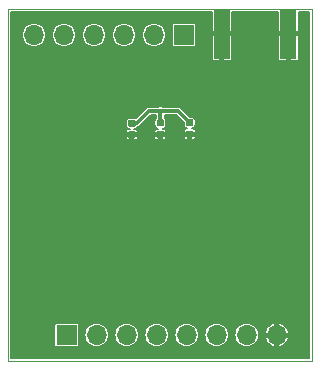
<source format=gbr>
%TF.GenerationSoftware,KiCad,Pcbnew,(5.1.4)-1*%
%TF.CreationDate,2019-10-27T14:05:37-07:00*%
%TF.ProjectId,spriteSAMD,73707269-7465-4534-914d-442e6b696361,rev?*%
%TF.SameCoordinates,Original*%
%TF.FileFunction,Copper,L2,Bot*%
%TF.FilePolarity,Positive*%
%FSLAX46Y46*%
G04 Gerber Fmt 4.6, Leading zero omitted, Abs format (unit mm)*
G04 Created by KiCad (PCBNEW (5.1.4)-1) date 2019-10-27 14:05:37*
%MOMM*%
%LPD*%
G04 APERTURE LIST*
%ADD10C,0.100000*%
%ADD11O,1.700000X1.700000*%
%ADD12R,1.700000X1.700000*%
%ADD13C,0.590000*%
%ADD14R,1.350000X4.200000*%
%ADD15C,0.450000*%
%ADD16C,0.330200*%
%ADD17C,0.127000*%
G04 APERTURE END LIST*
D10*
X145999200Y-65938400D02*
X170408600Y-65938400D01*
X145999200Y-95707200D02*
X145999200Y-65938400D01*
X171704000Y-95707200D02*
X145999200Y-95707200D01*
X171704000Y-65938400D02*
X171704000Y-95707200D01*
X170408600Y-65938400D02*
X171704000Y-65938400D01*
D11*
X148183600Y-68148200D03*
X150723600Y-68148200D03*
X153263600Y-68148200D03*
X155803600Y-68148200D03*
X158343600Y-68148200D03*
D12*
X160883600Y-68148200D03*
D10*
G36*
X156650958Y-76289110D02*
G01*
X156665276Y-76291234D01*
X156679317Y-76294751D01*
X156692946Y-76299628D01*
X156706031Y-76305817D01*
X156718447Y-76313258D01*
X156730073Y-76321881D01*
X156740798Y-76331602D01*
X156750519Y-76342327D01*
X156759142Y-76353953D01*
X156766583Y-76366369D01*
X156772772Y-76379454D01*
X156777649Y-76393083D01*
X156781166Y-76407124D01*
X156783290Y-76421442D01*
X156784000Y-76435900D01*
X156784000Y-76730900D01*
X156783290Y-76745358D01*
X156781166Y-76759676D01*
X156777649Y-76773717D01*
X156772772Y-76787346D01*
X156766583Y-76800431D01*
X156759142Y-76812847D01*
X156750519Y-76824473D01*
X156740798Y-76835198D01*
X156730073Y-76844919D01*
X156718447Y-76853542D01*
X156706031Y-76860983D01*
X156692946Y-76867172D01*
X156679317Y-76872049D01*
X156665276Y-76875566D01*
X156650958Y-76877690D01*
X156636500Y-76878400D01*
X156291500Y-76878400D01*
X156277042Y-76877690D01*
X156262724Y-76875566D01*
X156248683Y-76872049D01*
X156235054Y-76867172D01*
X156221969Y-76860983D01*
X156209553Y-76853542D01*
X156197927Y-76844919D01*
X156187202Y-76835198D01*
X156177481Y-76824473D01*
X156168858Y-76812847D01*
X156161417Y-76800431D01*
X156155228Y-76787346D01*
X156150351Y-76773717D01*
X156146834Y-76759676D01*
X156144710Y-76745358D01*
X156144000Y-76730900D01*
X156144000Y-76435900D01*
X156144710Y-76421442D01*
X156146834Y-76407124D01*
X156150351Y-76393083D01*
X156155228Y-76379454D01*
X156161417Y-76366369D01*
X156168858Y-76353953D01*
X156177481Y-76342327D01*
X156187202Y-76331602D01*
X156197927Y-76321881D01*
X156209553Y-76313258D01*
X156221969Y-76305817D01*
X156235054Y-76299628D01*
X156248683Y-76294751D01*
X156262724Y-76291234D01*
X156277042Y-76289110D01*
X156291500Y-76288400D01*
X156636500Y-76288400D01*
X156650958Y-76289110D01*
X156650958Y-76289110D01*
G37*
D13*
X156464000Y-76583400D03*
D10*
G36*
X156650958Y-75319110D02*
G01*
X156665276Y-75321234D01*
X156679317Y-75324751D01*
X156692946Y-75329628D01*
X156706031Y-75335817D01*
X156718447Y-75343258D01*
X156730073Y-75351881D01*
X156740798Y-75361602D01*
X156750519Y-75372327D01*
X156759142Y-75383953D01*
X156766583Y-75396369D01*
X156772772Y-75409454D01*
X156777649Y-75423083D01*
X156781166Y-75437124D01*
X156783290Y-75451442D01*
X156784000Y-75465900D01*
X156784000Y-75760900D01*
X156783290Y-75775358D01*
X156781166Y-75789676D01*
X156777649Y-75803717D01*
X156772772Y-75817346D01*
X156766583Y-75830431D01*
X156759142Y-75842847D01*
X156750519Y-75854473D01*
X156740798Y-75865198D01*
X156730073Y-75874919D01*
X156718447Y-75883542D01*
X156706031Y-75890983D01*
X156692946Y-75897172D01*
X156679317Y-75902049D01*
X156665276Y-75905566D01*
X156650958Y-75907690D01*
X156636500Y-75908400D01*
X156291500Y-75908400D01*
X156277042Y-75907690D01*
X156262724Y-75905566D01*
X156248683Y-75902049D01*
X156235054Y-75897172D01*
X156221969Y-75890983D01*
X156209553Y-75883542D01*
X156197927Y-75874919D01*
X156187202Y-75865198D01*
X156177481Y-75854473D01*
X156168858Y-75842847D01*
X156161417Y-75830431D01*
X156155228Y-75817346D01*
X156150351Y-75803717D01*
X156146834Y-75789676D01*
X156144710Y-75775358D01*
X156144000Y-75760900D01*
X156144000Y-75465900D01*
X156144710Y-75451442D01*
X156146834Y-75437124D01*
X156150351Y-75423083D01*
X156155228Y-75409454D01*
X156161417Y-75396369D01*
X156168858Y-75383953D01*
X156177481Y-75372327D01*
X156187202Y-75361602D01*
X156197927Y-75351881D01*
X156209553Y-75343258D01*
X156221969Y-75335817D01*
X156235054Y-75329628D01*
X156248683Y-75324751D01*
X156262724Y-75321234D01*
X156277042Y-75319110D01*
X156291500Y-75318400D01*
X156636500Y-75318400D01*
X156650958Y-75319110D01*
X156650958Y-75319110D01*
G37*
D13*
X156464000Y-75613400D03*
D10*
G36*
X161553158Y-76238310D02*
G01*
X161567476Y-76240434D01*
X161581517Y-76243951D01*
X161595146Y-76248828D01*
X161608231Y-76255017D01*
X161620647Y-76262458D01*
X161632273Y-76271081D01*
X161642998Y-76280802D01*
X161652719Y-76291527D01*
X161661342Y-76303153D01*
X161668783Y-76315569D01*
X161674972Y-76328654D01*
X161679849Y-76342283D01*
X161683366Y-76356324D01*
X161685490Y-76370642D01*
X161686200Y-76385100D01*
X161686200Y-76680100D01*
X161685490Y-76694558D01*
X161683366Y-76708876D01*
X161679849Y-76722917D01*
X161674972Y-76736546D01*
X161668783Y-76749631D01*
X161661342Y-76762047D01*
X161652719Y-76773673D01*
X161642998Y-76784398D01*
X161632273Y-76794119D01*
X161620647Y-76802742D01*
X161608231Y-76810183D01*
X161595146Y-76816372D01*
X161581517Y-76821249D01*
X161567476Y-76824766D01*
X161553158Y-76826890D01*
X161538700Y-76827600D01*
X161193700Y-76827600D01*
X161179242Y-76826890D01*
X161164924Y-76824766D01*
X161150883Y-76821249D01*
X161137254Y-76816372D01*
X161124169Y-76810183D01*
X161111753Y-76802742D01*
X161100127Y-76794119D01*
X161089402Y-76784398D01*
X161079681Y-76773673D01*
X161071058Y-76762047D01*
X161063617Y-76749631D01*
X161057428Y-76736546D01*
X161052551Y-76722917D01*
X161049034Y-76708876D01*
X161046910Y-76694558D01*
X161046200Y-76680100D01*
X161046200Y-76385100D01*
X161046910Y-76370642D01*
X161049034Y-76356324D01*
X161052551Y-76342283D01*
X161057428Y-76328654D01*
X161063617Y-76315569D01*
X161071058Y-76303153D01*
X161079681Y-76291527D01*
X161089402Y-76280802D01*
X161100127Y-76271081D01*
X161111753Y-76262458D01*
X161124169Y-76255017D01*
X161137254Y-76248828D01*
X161150883Y-76243951D01*
X161164924Y-76240434D01*
X161179242Y-76238310D01*
X161193700Y-76237600D01*
X161538700Y-76237600D01*
X161553158Y-76238310D01*
X161553158Y-76238310D01*
G37*
D13*
X161366200Y-76532600D03*
D10*
G36*
X161553158Y-75268310D02*
G01*
X161567476Y-75270434D01*
X161581517Y-75273951D01*
X161595146Y-75278828D01*
X161608231Y-75285017D01*
X161620647Y-75292458D01*
X161632273Y-75301081D01*
X161642998Y-75310802D01*
X161652719Y-75321527D01*
X161661342Y-75333153D01*
X161668783Y-75345569D01*
X161674972Y-75358654D01*
X161679849Y-75372283D01*
X161683366Y-75386324D01*
X161685490Y-75400642D01*
X161686200Y-75415100D01*
X161686200Y-75710100D01*
X161685490Y-75724558D01*
X161683366Y-75738876D01*
X161679849Y-75752917D01*
X161674972Y-75766546D01*
X161668783Y-75779631D01*
X161661342Y-75792047D01*
X161652719Y-75803673D01*
X161642998Y-75814398D01*
X161632273Y-75824119D01*
X161620647Y-75832742D01*
X161608231Y-75840183D01*
X161595146Y-75846372D01*
X161581517Y-75851249D01*
X161567476Y-75854766D01*
X161553158Y-75856890D01*
X161538700Y-75857600D01*
X161193700Y-75857600D01*
X161179242Y-75856890D01*
X161164924Y-75854766D01*
X161150883Y-75851249D01*
X161137254Y-75846372D01*
X161124169Y-75840183D01*
X161111753Y-75832742D01*
X161100127Y-75824119D01*
X161089402Y-75814398D01*
X161079681Y-75803673D01*
X161071058Y-75792047D01*
X161063617Y-75779631D01*
X161057428Y-75766546D01*
X161052551Y-75752917D01*
X161049034Y-75738876D01*
X161046910Y-75724558D01*
X161046200Y-75710100D01*
X161046200Y-75415100D01*
X161046910Y-75400642D01*
X161049034Y-75386324D01*
X161052551Y-75372283D01*
X161057428Y-75358654D01*
X161063617Y-75345569D01*
X161071058Y-75333153D01*
X161079681Y-75321527D01*
X161089402Y-75310802D01*
X161100127Y-75301081D01*
X161111753Y-75292458D01*
X161124169Y-75285017D01*
X161137254Y-75278828D01*
X161150883Y-75273951D01*
X161164924Y-75270434D01*
X161179242Y-75268310D01*
X161193700Y-75267600D01*
X161538700Y-75267600D01*
X161553158Y-75268310D01*
X161553158Y-75268310D01*
G37*
D13*
X161366200Y-75562600D03*
D10*
G36*
X159063958Y-76263710D02*
G01*
X159078276Y-76265834D01*
X159092317Y-76269351D01*
X159105946Y-76274228D01*
X159119031Y-76280417D01*
X159131447Y-76287858D01*
X159143073Y-76296481D01*
X159153798Y-76306202D01*
X159163519Y-76316927D01*
X159172142Y-76328553D01*
X159179583Y-76340969D01*
X159185772Y-76354054D01*
X159190649Y-76367683D01*
X159194166Y-76381724D01*
X159196290Y-76396042D01*
X159197000Y-76410500D01*
X159197000Y-76705500D01*
X159196290Y-76719958D01*
X159194166Y-76734276D01*
X159190649Y-76748317D01*
X159185772Y-76761946D01*
X159179583Y-76775031D01*
X159172142Y-76787447D01*
X159163519Y-76799073D01*
X159153798Y-76809798D01*
X159143073Y-76819519D01*
X159131447Y-76828142D01*
X159119031Y-76835583D01*
X159105946Y-76841772D01*
X159092317Y-76846649D01*
X159078276Y-76850166D01*
X159063958Y-76852290D01*
X159049500Y-76853000D01*
X158704500Y-76853000D01*
X158690042Y-76852290D01*
X158675724Y-76850166D01*
X158661683Y-76846649D01*
X158648054Y-76841772D01*
X158634969Y-76835583D01*
X158622553Y-76828142D01*
X158610927Y-76819519D01*
X158600202Y-76809798D01*
X158590481Y-76799073D01*
X158581858Y-76787447D01*
X158574417Y-76775031D01*
X158568228Y-76761946D01*
X158563351Y-76748317D01*
X158559834Y-76734276D01*
X158557710Y-76719958D01*
X158557000Y-76705500D01*
X158557000Y-76410500D01*
X158557710Y-76396042D01*
X158559834Y-76381724D01*
X158563351Y-76367683D01*
X158568228Y-76354054D01*
X158574417Y-76340969D01*
X158581858Y-76328553D01*
X158590481Y-76316927D01*
X158600202Y-76306202D01*
X158610927Y-76296481D01*
X158622553Y-76287858D01*
X158634969Y-76280417D01*
X158648054Y-76274228D01*
X158661683Y-76269351D01*
X158675724Y-76265834D01*
X158690042Y-76263710D01*
X158704500Y-76263000D01*
X159049500Y-76263000D01*
X159063958Y-76263710D01*
X159063958Y-76263710D01*
G37*
D13*
X158877000Y-76558000D03*
D10*
G36*
X159063958Y-75293710D02*
G01*
X159078276Y-75295834D01*
X159092317Y-75299351D01*
X159105946Y-75304228D01*
X159119031Y-75310417D01*
X159131447Y-75317858D01*
X159143073Y-75326481D01*
X159153798Y-75336202D01*
X159163519Y-75346927D01*
X159172142Y-75358553D01*
X159179583Y-75370969D01*
X159185772Y-75384054D01*
X159190649Y-75397683D01*
X159194166Y-75411724D01*
X159196290Y-75426042D01*
X159197000Y-75440500D01*
X159197000Y-75735500D01*
X159196290Y-75749958D01*
X159194166Y-75764276D01*
X159190649Y-75778317D01*
X159185772Y-75791946D01*
X159179583Y-75805031D01*
X159172142Y-75817447D01*
X159163519Y-75829073D01*
X159153798Y-75839798D01*
X159143073Y-75849519D01*
X159131447Y-75858142D01*
X159119031Y-75865583D01*
X159105946Y-75871772D01*
X159092317Y-75876649D01*
X159078276Y-75880166D01*
X159063958Y-75882290D01*
X159049500Y-75883000D01*
X158704500Y-75883000D01*
X158690042Y-75882290D01*
X158675724Y-75880166D01*
X158661683Y-75876649D01*
X158648054Y-75871772D01*
X158634969Y-75865583D01*
X158622553Y-75858142D01*
X158610927Y-75849519D01*
X158600202Y-75839798D01*
X158590481Y-75829073D01*
X158581858Y-75817447D01*
X158574417Y-75805031D01*
X158568228Y-75791946D01*
X158563351Y-75778317D01*
X158559834Y-75764276D01*
X158557710Y-75749958D01*
X158557000Y-75735500D01*
X158557000Y-75440500D01*
X158557710Y-75426042D01*
X158559834Y-75411724D01*
X158563351Y-75397683D01*
X158568228Y-75384054D01*
X158574417Y-75370969D01*
X158581858Y-75358553D01*
X158590481Y-75346927D01*
X158600202Y-75336202D01*
X158610927Y-75326481D01*
X158622553Y-75317858D01*
X158634969Y-75310417D01*
X158648054Y-75304228D01*
X158661683Y-75299351D01*
X158675724Y-75295834D01*
X158690042Y-75293710D01*
X158704500Y-75293000D01*
X159049500Y-75293000D01*
X159063958Y-75293710D01*
X159063958Y-75293710D01*
G37*
D13*
X158877000Y-75588000D03*
D14*
X164078400Y-68046600D03*
X169728400Y-68046600D03*
D11*
X168732200Y-93548200D03*
X166192200Y-93548200D03*
X163652200Y-93548200D03*
X161112200Y-93548200D03*
X158572200Y-93548200D03*
X156032200Y-93548200D03*
X153492200Y-93548200D03*
D12*
X150952200Y-93548200D03*
D15*
X168325800Y-67589400D03*
X166065200Y-70104000D03*
X166116000Y-70688200D03*
X166090600Y-71399400D03*
X167767000Y-70078600D03*
X167716200Y-70662800D03*
X167741600Y-71374000D03*
X167919400Y-72085200D03*
X167919400Y-72745600D03*
X167944800Y-73380600D03*
X167817800Y-74015600D03*
X167360600Y-74269600D03*
X166725600Y-74295000D03*
X166116000Y-74193400D03*
X165963600Y-72847200D03*
X165506400Y-66725800D03*
X165506400Y-67589400D03*
X165506400Y-68503800D03*
X165531800Y-69392800D03*
X168300400Y-69418200D03*
X168300400Y-68529200D03*
X168325800Y-66700400D03*
X158877000Y-74574400D03*
D16*
X158877000Y-75588000D02*
X158877000Y-74574400D01*
X156464000Y-75613400D02*
X156898200Y-75613400D01*
X157937200Y-74574400D02*
X158877000Y-74574400D01*
X156898200Y-75613400D02*
X157937200Y-74574400D01*
X160378000Y-74574400D02*
X158877000Y-74574400D01*
X161366200Y-75562600D02*
X160378000Y-74574400D01*
D17*
G36*
X163212900Y-67871975D02*
G01*
X163260525Y-67919600D01*
X163951400Y-67919600D01*
X163951400Y-67899600D01*
X164205400Y-67899600D01*
X164205400Y-67919600D01*
X164896275Y-67919600D01*
X164943900Y-67871975D01*
X164944711Y-66178900D01*
X168862089Y-66178900D01*
X168862900Y-67871975D01*
X168910525Y-67919600D01*
X169601400Y-67919600D01*
X169601400Y-67899600D01*
X169855400Y-67899600D01*
X169855400Y-67919600D01*
X170546275Y-67919600D01*
X170593900Y-67871975D01*
X170594711Y-66178900D01*
X171463500Y-66178900D01*
X171463501Y-95466700D01*
X146239700Y-95466700D01*
X146239700Y-92698200D01*
X149910779Y-92698200D01*
X149910779Y-94398200D01*
X149914457Y-94435544D01*
X149925350Y-94471454D01*
X149943039Y-94504548D01*
X149966845Y-94533555D01*
X149995852Y-94557361D01*
X150028946Y-94575050D01*
X150064856Y-94585943D01*
X150102200Y-94589621D01*
X151802200Y-94589621D01*
X151839544Y-94585943D01*
X151875454Y-94575050D01*
X151908548Y-94557361D01*
X151937555Y-94533555D01*
X151961361Y-94504548D01*
X151979050Y-94471454D01*
X151989943Y-94435544D01*
X151993621Y-94398200D01*
X151993621Y-93548200D01*
X152446666Y-93548200D01*
X152466756Y-93752174D01*
X152526253Y-93948309D01*
X152622870Y-94129068D01*
X152752896Y-94287504D01*
X152911332Y-94417530D01*
X153092091Y-94514147D01*
X153288226Y-94573644D01*
X153441090Y-94588700D01*
X153543310Y-94588700D01*
X153696174Y-94573644D01*
X153892309Y-94514147D01*
X154073068Y-94417530D01*
X154231504Y-94287504D01*
X154361530Y-94129068D01*
X154458147Y-93948309D01*
X154517644Y-93752174D01*
X154537734Y-93548200D01*
X154986666Y-93548200D01*
X155006756Y-93752174D01*
X155066253Y-93948309D01*
X155162870Y-94129068D01*
X155292896Y-94287504D01*
X155451332Y-94417530D01*
X155632091Y-94514147D01*
X155828226Y-94573644D01*
X155981090Y-94588700D01*
X156083310Y-94588700D01*
X156236174Y-94573644D01*
X156432309Y-94514147D01*
X156613068Y-94417530D01*
X156771504Y-94287504D01*
X156901530Y-94129068D01*
X156998147Y-93948309D01*
X157057644Y-93752174D01*
X157077734Y-93548200D01*
X157526666Y-93548200D01*
X157546756Y-93752174D01*
X157606253Y-93948309D01*
X157702870Y-94129068D01*
X157832896Y-94287504D01*
X157991332Y-94417530D01*
X158172091Y-94514147D01*
X158368226Y-94573644D01*
X158521090Y-94588700D01*
X158623310Y-94588700D01*
X158776174Y-94573644D01*
X158972309Y-94514147D01*
X159153068Y-94417530D01*
X159311504Y-94287504D01*
X159441530Y-94129068D01*
X159538147Y-93948309D01*
X159597644Y-93752174D01*
X159617734Y-93548200D01*
X160066666Y-93548200D01*
X160086756Y-93752174D01*
X160146253Y-93948309D01*
X160242870Y-94129068D01*
X160372896Y-94287504D01*
X160531332Y-94417530D01*
X160712091Y-94514147D01*
X160908226Y-94573644D01*
X161061090Y-94588700D01*
X161163310Y-94588700D01*
X161316174Y-94573644D01*
X161512309Y-94514147D01*
X161693068Y-94417530D01*
X161851504Y-94287504D01*
X161981530Y-94129068D01*
X162078147Y-93948309D01*
X162137644Y-93752174D01*
X162157734Y-93548200D01*
X162606666Y-93548200D01*
X162626756Y-93752174D01*
X162686253Y-93948309D01*
X162782870Y-94129068D01*
X162912896Y-94287504D01*
X163071332Y-94417530D01*
X163252091Y-94514147D01*
X163448226Y-94573644D01*
X163601090Y-94588700D01*
X163703310Y-94588700D01*
X163856174Y-94573644D01*
X164052309Y-94514147D01*
X164233068Y-94417530D01*
X164391504Y-94287504D01*
X164521530Y-94129068D01*
X164618147Y-93948309D01*
X164677644Y-93752174D01*
X164697734Y-93548200D01*
X165146666Y-93548200D01*
X165166756Y-93752174D01*
X165226253Y-93948309D01*
X165322870Y-94129068D01*
X165452896Y-94287504D01*
X165611332Y-94417530D01*
X165792091Y-94514147D01*
X165988226Y-94573644D01*
X166141090Y-94588700D01*
X166243310Y-94588700D01*
X166396174Y-94573644D01*
X166592309Y-94514147D01*
X166773068Y-94417530D01*
X166931504Y-94287504D01*
X167061530Y-94129068D01*
X167158147Y-93948309D01*
X167192461Y-93835191D01*
X167732055Y-93835191D01*
X167807262Y-94024795D01*
X167918013Y-94196084D01*
X168060053Y-94342475D01*
X168227923Y-94458343D01*
X168415173Y-94539234D01*
X168445211Y-94548338D01*
X168605200Y-94532919D01*
X168605200Y-93675200D01*
X168859200Y-93675200D01*
X168859200Y-94532919D01*
X169019189Y-94548338D01*
X169049227Y-94539234D01*
X169236477Y-94458343D01*
X169404347Y-94342475D01*
X169546387Y-94196084D01*
X169657138Y-94024795D01*
X169732345Y-93835191D01*
X169717302Y-93675200D01*
X168859200Y-93675200D01*
X168605200Y-93675200D01*
X167747098Y-93675200D01*
X167732055Y-93835191D01*
X167192461Y-93835191D01*
X167217644Y-93752174D01*
X167237734Y-93548200D01*
X167217644Y-93344226D01*
X167192462Y-93261209D01*
X167732055Y-93261209D01*
X167747098Y-93421200D01*
X168605200Y-93421200D01*
X168605200Y-92563481D01*
X168859200Y-92563481D01*
X168859200Y-93421200D01*
X169717302Y-93421200D01*
X169732345Y-93261209D01*
X169657138Y-93071605D01*
X169546387Y-92900316D01*
X169404347Y-92753925D01*
X169236477Y-92638057D01*
X169049227Y-92557166D01*
X169019189Y-92548062D01*
X168859200Y-92563481D01*
X168605200Y-92563481D01*
X168445211Y-92548062D01*
X168415173Y-92557166D01*
X168227923Y-92638057D01*
X168060053Y-92753925D01*
X167918013Y-92900316D01*
X167807262Y-93071605D01*
X167732055Y-93261209D01*
X167192462Y-93261209D01*
X167158147Y-93148091D01*
X167061530Y-92967332D01*
X166931504Y-92808896D01*
X166773068Y-92678870D01*
X166592309Y-92582253D01*
X166396174Y-92522756D01*
X166243310Y-92507700D01*
X166141090Y-92507700D01*
X165988226Y-92522756D01*
X165792091Y-92582253D01*
X165611332Y-92678870D01*
X165452896Y-92808896D01*
X165322870Y-92967332D01*
X165226253Y-93148091D01*
X165166756Y-93344226D01*
X165146666Y-93548200D01*
X164697734Y-93548200D01*
X164677644Y-93344226D01*
X164618147Y-93148091D01*
X164521530Y-92967332D01*
X164391504Y-92808896D01*
X164233068Y-92678870D01*
X164052309Y-92582253D01*
X163856174Y-92522756D01*
X163703310Y-92507700D01*
X163601090Y-92507700D01*
X163448226Y-92522756D01*
X163252091Y-92582253D01*
X163071332Y-92678870D01*
X162912896Y-92808896D01*
X162782870Y-92967332D01*
X162686253Y-93148091D01*
X162626756Y-93344226D01*
X162606666Y-93548200D01*
X162157734Y-93548200D01*
X162137644Y-93344226D01*
X162078147Y-93148091D01*
X161981530Y-92967332D01*
X161851504Y-92808896D01*
X161693068Y-92678870D01*
X161512309Y-92582253D01*
X161316174Y-92522756D01*
X161163310Y-92507700D01*
X161061090Y-92507700D01*
X160908226Y-92522756D01*
X160712091Y-92582253D01*
X160531332Y-92678870D01*
X160372896Y-92808896D01*
X160242870Y-92967332D01*
X160146253Y-93148091D01*
X160086756Y-93344226D01*
X160066666Y-93548200D01*
X159617734Y-93548200D01*
X159597644Y-93344226D01*
X159538147Y-93148091D01*
X159441530Y-92967332D01*
X159311504Y-92808896D01*
X159153068Y-92678870D01*
X158972309Y-92582253D01*
X158776174Y-92522756D01*
X158623310Y-92507700D01*
X158521090Y-92507700D01*
X158368226Y-92522756D01*
X158172091Y-92582253D01*
X157991332Y-92678870D01*
X157832896Y-92808896D01*
X157702870Y-92967332D01*
X157606253Y-93148091D01*
X157546756Y-93344226D01*
X157526666Y-93548200D01*
X157077734Y-93548200D01*
X157057644Y-93344226D01*
X156998147Y-93148091D01*
X156901530Y-92967332D01*
X156771504Y-92808896D01*
X156613068Y-92678870D01*
X156432309Y-92582253D01*
X156236174Y-92522756D01*
X156083310Y-92507700D01*
X155981090Y-92507700D01*
X155828226Y-92522756D01*
X155632091Y-92582253D01*
X155451332Y-92678870D01*
X155292896Y-92808896D01*
X155162870Y-92967332D01*
X155066253Y-93148091D01*
X155006756Y-93344226D01*
X154986666Y-93548200D01*
X154537734Y-93548200D01*
X154517644Y-93344226D01*
X154458147Y-93148091D01*
X154361530Y-92967332D01*
X154231504Y-92808896D01*
X154073068Y-92678870D01*
X153892309Y-92582253D01*
X153696174Y-92522756D01*
X153543310Y-92507700D01*
X153441090Y-92507700D01*
X153288226Y-92522756D01*
X153092091Y-92582253D01*
X152911332Y-92678870D01*
X152752896Y-92808896D01*
X152622870Y-92967332D01*
X152526253Y-93148091D01*
X152466756Y-93344226D01*
X152446666Y-93548200D01*
X151993621Y-93548200D01*
X151993621Y-92698200D01*
X151989943Y-92660856D01*
X151979050Y-92624946D01*
X151961361Y-92591852D01*
X151937555Y-92562845D01*
X151908548Y-92539039D01*
X151875454Y-92521350D01*
X151839544Y-92510457D01*
X151802200Y-92506779D01*
X150102200Y-92506779D01*
X150064856Y-92510457D01*
X150028946Y-92521350D01*
X149995852Y-92539039D01*
X149966845Y-92562845D01*
X149943039Y-92591852D01*
X149925350Y-92624946D01*
X149914457Y-92660856D01*
X149910779Y-92698200D01*
X146239700Y-92698200D01*
X146239700Y-76878400D01*
X155952578Y-76878400D01*
X155956256Y-76915745D01*
X155967149Y-76951654D01*
X155984838Y-76984748D01*
X156008644Y-77013756D01*
X156037652Y-77037562D01*
X156070746Y-77055251D01*
X156106655Y-77066144D01*
X156144000Y-77069822D01*
X156289375Y-77068900D01*
X156337000Y-77021275D01*
X156337000Y-76710400D01*
X156591000Y-76710400D01*
X156591000Y-77021275D01*
X156638625Y-77068900D01*
X156784000Y-77069822D01*
X156821345Y-77066144D01*
X156857254Y-77055251D01*
X156890348Y-77037562D01*
X156919356Y-77013756D01*
X156943162Y-76984748D01*
X156960851Y-76951654D01*
X156971744Y-76915745D01*
X156975422Y-76878400D01*
X156975228Y-76853000D01*
X158365578Y-76853000D01*
X158369256Y-76890345D01*
X158380149Y-76926254D01*
X158397838Y-76959348D01*
X158421644Y-76988356D01*
X158450652Y-77012162D01*
X158483746Y-77029851D01*
X158519655Y-77040744D01*
X158557000Y-77044422D01*
X158702375Y-77043500D01*
X158750000Y-76995875D01*
X158750000Y-76685000D01*
X159004000Y-76685000D01*
X159004000Y-76995875D01*
X159051625Y-77043500D01*
X159197000Y-77044422D01*
X159234345Y-77040744D01*
X159270254Y-77029851D01*
X159303348Y-77012162D01*
X159332356Y-76988356D01*
X159356162Y-76959348D01*
X159373851Y-76926254D01*
X159384744Y-76890345D01*
X159388422Y-76853000D01*
X159388228Y-76827600D01*
X160854778Y-76827600D01*
X160858456Y-76864945D01*
X160869349Y-76900854D01*
X160887038Y-76933948D01*
X160910844Y-76962956D01*
X160939852Y-76986762D01*
X160972946Y-77004451D01*
X161008855Y-77015344D01*
X161046200Y-77019022D01*
X161191575Y-77018100D01*
X161239200Y-76970475D01*
X161239200Y-76659600D01*
X161493200Y-76659600D01*
X161493200Y-76970475D01*
X161540825Y-77018100D01*
X161686200Y-77019022D01*
X161723545Y-77015344D01*
X161759454Y-77004451D01*
X161792548Y-76986762D01*
X161821556Y-76962956D01*
X161845362Y-76933948D01*
X161863051Y-76900854D01*
X161873944Y-76864945D01*
X161877622Y-76827600D01*
X161876700Y-76707225D01*
X161829075Y-76659600D01*
X161493200Y-76659600D01*
X161239200Y-76659600D01*
X160903325Y-76659600D01*
X160855700Y-76707225D01*
X160854778Y-76827600D01*
X159388228Y-76827600D01*
X159387500Y-76732625D01*
X159339875Y-76685000D01*
X159004000Y-76685000D01*
X158750000Y-76685000D01*
X158414125Y-76685000D01*
X158366500Y-76732625D01*
X158365578Y-76853000D01*
X156975228Y-76853000D01*
X156974500Y-76758025D01*
X156926875Y-76710400D01*
X156591000Y-76710400D01*
X156337000Y-76710400D01*
X156001125Y-76710400D01*
X155953500Y-76758025D01*
X155952578Y-76878400D01*
X146239700Y-76878400D01*
X146239700Y-76288400D01*
X155952578Y-76288400D01*
X155953500Y-76408775D01*
X156001125Y-76456400D01*
X156337000Y-76456400D01*
X156337000Y-76436400D01*
X156591000Y-76436400D01*
X156591000Y-76456400D01*
X156926875Y-76456400D01*
X156974500Y-76408775D01*
X156975422Y-76288400D01*
X156971744Y-76251055D01*
X156960851Y-76215146D01*
X156943162Y-76182052D01*
X156919356Y-76153044D01*
X156890348Y-76129238D01*
X156857254Y-76111549D01*
X156821345Y-76100656D01*
X156784000Y-76096978D01*
X156657201Y-76097782D01*
X156702620Y-76093309D01*
X156766199Y-76074022D01*
X156824794Y-76042703D01*
X156876153Y-76000553D01*
X156900852Y-75970458D01*
X156915655Y-75969000D01*
X156915663Y-75969000D01*
X156967910Y-75963854D01*
X157034940Y-75943521D01*
X157096716Y-75910501D01*
X157150863Y-75866063D01*
X157161999Y-75852494D01*
X158084494Y-74930000D01*
X158521401Y-74930000D01*
X158521400Y-75155921D01*
X158516206Y-75158697D01*
X158464847Y-75200847D01*
X158422697Y-75252206D01*
X158391378Y-75310801D01*
X158372091Y-75374380D01*
X158365579Y-75440500D01*
X158365579Y-75735500D01*
X158372091Y-75801620D01*
X158391378Y-75865199D01*
X158422697Y-75923794D01*
X158464847Y-75975153D01*
X158516206Y-76017303D01*
X158574801Y-76048622D01*
X158638380Y-76067909D01*
X158683799Y-76072382D01*
X158557000Y-76071578D01*
X158519655Y-76075256D01*
X158483746Y-76086149D01*
X158450652Y-76103838D01*
X158421644Y-76127644D01*
X158397838Y-76156652D01*
X158380149Y-76189746D01*
X158369256Y-76225655D01*
X158365578Y-76263000D01*
X158366500Y-76383375D01*
X158414125Y-76431000D01*
X158750000Y-76431000D01*
X158750000Y-76411000D01*
X159004000Y-76411000D01*
X159004000Y-76431000D01*
X159339875Y-76431000D01*
X159387500Y-76383375D01*
X159388422Y-76263000D01*
X159384744Y-76225655D01*
X159373851Y-76189746D01*
X159356162Y-76156652D01*
X159332356Y-76127644D01*
X159303348Y-76103838D01*
X159270254Y-76086149D01*
X159234345Y-76075256D01*
X159197000Y-76071578D01*
X159070201Y-76072382D01*
X159115620Y-76067909D01*
X159179199Y-76048622D01*
X159237794Y-76017303D01*
X159289153Y-75975153D01*
X159331303Y-75923794D01*
X159362622Y-75865199D01*
X159381909Y-75801620D01*
X159388421Y-75735500D01*
X159388421Y-75440500D01*
X159381909Y-75374380D01*
X159362622Y-75310801D01*
X159331303Y-75252206D01*
X159289153Y-75200847D01*
X159237794Y-75158697D01*
X159232600Y-75155921D01*
X159232600Y-74930000D01*
X160230707Y-74930000D01*
X160854779Y-75554073D01*
X160854779Y-75710100D01*
X160861291Y-75776220D01*
X160880578Y-75839799D01*
X160911897Y-75898394D01*
X160954047Y-75949753D01*
X161005406Y-75991903D01*
X161064001Y-76023222D01*
X161127580Y-76042509D01*
X161172999Y-76046982D01*
X161046200Y-76046178D01*
X161008855Y-76049856D01*
X160972946Y-76060749D01*
X160939852Y-76078438D01*
X160910844Y-76102244D01*
X160887038Y-76131252D01*
X160869349Y-76164346D01*
X160858456Y-76200255D01*
X160854778Y-76237600D01*
X160855700Y-76357975D01*
X160903325Y-76405600D01*
X161239200Y-76405600D01*
X161239200Y-76385600D01*
X161493200Y-76385600D01*
X161493200Y-76405600D01*
X161829075Y-76405600D01*
X161876700Y-76357975D01*
X161877622Y-76237600D01*
X161873944Y-76200255D01*
X161863051Y-76164346D01*
X161845362Y-76131252D01*
X161821556Y-76102244D01*
X161792548Y-76078438D01*
X161759454Y-76060749D01*
X161723545Y-76049856D01*
X161686200Y-76046178D01*
X161559401Y-76046982D01*
X161604820Y-76042509D01*
X161668399Y-76023222D01*
X161726994Y-75991903D01*
X161778353Y-75949753D01*
X161820503Y-75898394D01*
X161851822Y-75839799D01*
X161871109Y-75776220D01*
X161877621Y-75710100D01*
X161877621Y-75415100D01*
X161871109Y-75348980D01*
X161851822Y-75285401D01*
X161820503Y-75226806D01*
X161778353Y-75175447D01*
X161726994Y-75133297D01*
X161668399Y-75101978D01*
X161604820Y-75082691D01*
X161538700Y-75076179D01*
X161382673Y-75076179D01*
X160641799Y-74335306D01*
X160630663Y-74321737D01*
X160576516Y-74277299D01*
X160514740Y-74244279D01*
X160447710Y-74223946D01*
X160395463Y-74218800D01*
X160395455Y-74218800D01*
X160378000Y-74217081D01*
X160360545Y-74218800D01*
X159092687Y-74218800D01*
X159073813Y-74206189D01*
X158998197Y-74174868D01*
X158917923Y-74158900D01*
X158836077Y-74158900D01*
X158755803Y-74174868D01*
X158680187Y-74206189D01*
X158661313Y-74218800D01*
X157954655Y-74218800D01*
X157937200Y-74217081D01*
X157919744Y-74218800D01*
X157919737Y-74218800D01*
X157873766Y-74223328D01*
X157867489Y-74223946D01*
X157847156Y-74230114D01*
X157800460Y-74244279D01*
X157738684Y-74277299D01*
X157684537Y-74321737D01*
X157673406Y-74335300D01*
X156824674Y-75184033D01*
X156766199Y-75152778D01*
X156702620Y-75133491D01*
X156636500Y-75126979D01*
X156291500Y-75126979D01*
X156225380Y-75133491D01*
X156161801Y-75152778D01*
X156103206Y-75184097D01*
X156051847Y-75226247D01*
X156009697Y-75277606D01*
X155978378Y-75336201D01*
X155959091Y-75399780D01*
X155952579Y-75465900D01*
X155952579Y-75760900D01*
X155959091Y-75827020D01*
X155978378Y-75890599D01*
X156009697Y-75949194D01*
X156051847Y-76000553D01*
X156103206Y-76042703D01*
X156161801Y-76074022D01*
X156225380Y-76093309D01*
X156270799Y-76097782D01*
X156144000Y-76096978D01*
X156106655Y-76100656D01*
X156070746Y-76111549D01*
X156037652Y-76129238D01*
X156008644Y-76153044D01*
X155984838Y-76182052D01*
X155967149Y-76215146D01*
X155956256Y-76251055D01*
X155952578Y-76288400D01*
X146239700Y-76288400D01*
X146239700Y-70146600D01*
X163211978Y-70146600D01*
X163215656Y-70183945D01*
X163226549Y-70219854D01*
X163244238Y-70252948D01*
X163268044Y-70281956D01*
X163297052Y-70305762D01*
X163330146Y-70323451D01*
X163366055Y-70334344D01*
X163403400Y-70338022D01*
X163903775Y-70337100D01*
X163951400Y-70289475D01*
X163951400Y-68173600D01*
X164205400Y-68173600D01*
X164205400Y-70289475D01*
X164253025Y-70337100D01*
X164753400Y-70338022D01*
X164790745Y-70334344D01*
X164826654Y-70323451D01*
X164859748Y-70305762D01*
X164888756Y-70281956D01*
X164912562Y-70252948D01*
X164930251Y-70219854D01*
X164941144Y-70183945D01*
X164944822Y-70146600D01*
X168861978Y-70146600D01*
X168865656Y-70183945D01*
X168876549Y-70219854D01*
X168894238Y-70252948D01*
X168918044Y-70281956D01*
X168947052Y-70305762D01*
X168980146Y-70323451D01*
X169016055Y-70334344D01*
X169053400Y-70338022D01*
X169553775Y-70337100D01*
X169601400Y-70289475D01*
X169601400Y-68173600D01*
X169855400Y-68173600D01*
X169855400Y-70289475D01*
X169903025Y-70337100D01*
X170403400Y-70338022D01*
X170440745Y-70334344D01*
X170476654Y-70323451D01*
X170509748Y-70305762D01*
X170538756Y-70281956D01*
X170562562Y-70252948D01*
X170580251Y-70219854D01*
X170591144Y-70183945D01*
X170594822Y-70146600D01*
X170593900Y-68221225D01*
X170546275Y-68173600D01*
X169855400Y-68173600D01*
X169601400Y-68173600D01*
X168910525Y-68173600D01*
X168862900Y-68221225D01*
X168861978Y-70146600D01*
X164944822Y-70146600D01*
X164943900Y-68221225D01*
X164896275Y-68173600D01*
X164205400Y-68173600D01*
X163951400Y-68173600D01*
X163260525Y-68173600D01*
X163212900Y-68221225D01*
X163211978Y-70146600D01*
X146239700Y-70146600D01*
X146239700Y-68148200D01*
X147138066Y-68148200D01*
X147158156Y-68352174D01*
X147217653Y-68548309D01*
X147314270Y-68729068D01*
X147444296Y-68887504D01*
X147602732Y-69017530D01*
X147783491Y-69114147D01*
X147979626Y-69173644D01*
X148132490Y-69188700D01*
X148234710Y-69188700D01*
X148387574Y-69173644D01*
X148583709Y-69114147D01*
X148764468Y-69017530D01*
X148922904Y-68887504D01*
X149052930Y-68729068D01*
X149149547Y-68548309D01*
X149209044Y-68352174D01*
X149229134Y-68148200D01*
X149678066Y-68148200D01*
X149698156Y-68352174D01*
X149757653Y-68548309D01*
X149854270Y-68729068D01*
X149984296Y-68887504D01*
X150142732Y-69017530D01*
X150323491Y-69114147D01*
X150519626Y-69173644D01*
X150672490Y-69188700D01*
X150774710Y-69188700D01*
X150927574Y-69173644D01*
X151123709Y-69114147D01*
X151304468Y-69017530D01*
X151462904Y-68887504D01*
X151592930Y-68729068D01*
X151689547Y-68548309D01*
X151749044Y-68352174D01*
X151769134Y-68148200D01*
X152218066Y-68148200D01*
X152238156Y-68352174D01*
X152297653Y-68548309D01*
X152394270Y-68729068D01*
X152524296Y-68887504D01*
X152682732Y-69017530D01*
X152863491Y-69114147D01*
X153059626Y-69173644D01*
X153212490Y-69188700D01*
X153314710Y-69188700D01*
X153467574Y-69173644D01*
X153663709Y-69114147D01*
X153844468Y-69017530D01*
X154002904Y-68887504D01*
X154132930Y-68729068D01*
X154229547Y-68548309D01*
X154289044Y-68352174D01*
X154309134Y-68148200D01*
X154758066Y-68148200D01*
X154778156Y-68352174D01*
X154837653Y-68548309D01*
X154934270Y-68729068D01*
X155064296Y-68887504D01*
X155222732Y-69017530D01*
X155403491Y-69114147D01*
X155599626Y-69173644D01*
X155752490Y-69188700D01*
X155854710Y-69188700D01*
X156007574Y-69173644D01*
X156203709Y-69114147D01*
X156384468Y-69017530D01*
X156542904Y-68887504D01*
X156672930Y-68729068D01*
X156769547Y-68548309D01*
X156829044Y-68352174D01*
X156849134Y-68148200D01*
X157298066Y-68148200D01*
X157318156Y-68352174D01*
X157377653Y-68548309D01*
X157474270Y-68729068D01*
X157604296Y-68887504D01*
X157762732Y-69017530D01*
X157943491Y-69114147D01*
X158139626Y-69173644D01*
X158292490Y-69188700D01*
X158394710Y-69188700D01*
X158547574Y-69173644D01*
X158743709Y-69114147D01*
X158924468Y-69017530D01*
X159082904Y-68887504D01*
X159212930Y-68729068D01*
X159309547Y-68548309D01*
X159369044Y-68352174D01*
X159389134Y-68148200D01*
X159369044Y-67944226D01*
X159309547Y-67748091D01*
X159212930Y-67567332D01*
X159082904Y-67408896D01*
X158948022Y-67298200D01*
X159842179Y-67298200D01*
X159842179Y-68998200D01*
X159845857Y-69035544D01*
X159856750Y-69071454D01*
X159874439Y-69104548D01*
X159898245Y-69133555D01*
X159927252Y-69157361D01*
X159960346Y-69175050D01*
X159996256Y-69185943D01*
X160033600Y-69189621D01*
X161733600Y-69189621D01*
X161770944Y-69185943D01*
X161806854Y-69175050D01*
X161839948Y-69157361D01*
X161868955Y-69133555D01*
X161892761Y-69104548D01*
X161910450Y-69071454D01*
X161921343Y-69035544D01*
X161925021Y-68998200D01*
X161925021Y-67298200D01*
X161921343Y-67260856D01*
X161910450Y-67224946D01*
X161892761Y-67191852D01*
X161868955Y-67162845D01*
X161839948Y-67139039D01*
X161806854Y-67121350D01*
X161770944Y-67110457D01*
X161733600Y-67106779D01*
X160033600Y-67106779D01*
X159996256Y-67110457D01*
X159960346Y-67121350D01*
X159927252Y-67139039D01*
X159898245Y-67162845D01*
X159874439Y-67191852D01*
X159856750Y-67224946D01*
X159845857Y-67260856D01*
X159842179Y-67298200D01*
X158948022Y-67298200D01*
X158924468Y-67278870D01*
X158743709Y-67182253D01*
X158547574Y-67122756D01*
X158394710Y-67107700D01*
X158292490Y-67107700D01*
X158139626Y-67122756D01*
X157943491Y-67182253D01*
X157762732Y-67278870D01*
X157604296Y-67408896D01*
X157474270Y-67567332D01*
X157377653Y-67748091D01*
X157318156Y-67944226D01*
X157298066Y-68148200D01*
X156849134Y-68148200D01*
X156829044Y-67944226D01*
X156769547Y-67748091D01*
X156672930Y-67567332D01*
X156542904Y-67408896D01*
X156384468Y-67278870D01*
X156203709Y-67182253D01*
X156007574Y-67122756D01*
X155854710Y-67107700D01*
X155752490Y-67107700D01*
X155599626Y-67122756D01*
X155403491Y-67182253D01*
X155222732Y-67278870D01*
X155064296Y-67408896D01*
X154934270Y-67567332D01*
X154837653Y-67748091D01*
X154778156Y-67944226D01*
X154758066Y-68148200D01*
X154309134Y-68148200D01*
X154289044Y-67944226D01*
X154229547Y-67748091D01*
X154132930Y-67567332D01*
X154002904Y-67408896D01*
X153844468Y-67278870D01*
X153663709Y-67182253D01*
X153467574Y-67122756D01*
X153314710Y-67107700D01*
X153212490Y-67107700D01*
X153059626Y-67122756D01*
X152863491Y-67182253D01*
X152682732Y-67278870D01*
X152524296Y-67408896D01*
X152394270Y-67567332D01*
X152297653Y-67748091D01*
X152238156Y-67944226D01*
X152218066Y-68148200D01*
X151769134Y-68148200D01*
X151749044Y-67944226D01*
X151689547Y-67748091D01*
X151592930Y-67567332D01*
X151462904Y-67408896D01*
X151304468Y-67278870D01*
X151123709Y-67182253D01*
X150927574Y-67122756D01*
X150774710Y-67107700D01*
X150672490Y-67107700D01*
X150519626Y-67122756D01*
X150323491Y-67182253D01*
X150142732Y-67278870D01*
X149984296Y-67408896D01*
X149854270Y-67567332D01*
X149757653Y-67748091D01*
X149698156Y-67944226D01*
X149678066Y-68148200D01*
X149229134Y-68148200D01*
X149209044Y-67944226D01*
X149149547Y-67748091D01*
X149052930Y-67567332D01*
X148922904Y-67408896D01*
X148764468Y-67278870D01*
X148583709Y-67182253D01*
X148387574Y-67122756D01*
X148234710Y-67107700D01*
X148132490Y-67107700D01*
X147979626Y-67122756D01*
X147783491Y-67182253D01*
X147602732Y-67278870D01*
X147444296Y-67408896D01*
X147314270Y-67567332D01*
X147217653Y-67748091D01*
X147158156Y-67944226D01*
X147138066Y-68148200D01*
X146239700Y-68148200D01*
X146239700Y-66178900D01*
X163212089Y-66178900D01*
X163212900Y-67871975D01*
X163212900Y-67871975D01*
G37*
X163212900Y-67871975D02*
X163260525Y-67919600D01*
X163951400Y-67919600D01*
X163951400Y-67899600D01*
X164205400Y-67899600D01*
X164205400Y-67919600D01*
X164896275Y-67919600D01*
X164943900Y-67871975D01*
X164944711Y-66178900D01*
X168862089Y-66178900D01*
X168862900Y-67871975D01*
X168910525Y-67919600D01*
X169601400Y-67919600D01*
X169601400Y-67899600D01*
X169855400Y-67899600D01*
X169855400Y-67919600D01*
X170546275Y-67919600D01*
X170593900Y-67871975D01*
X170594711Y-66178900D01*
X171463500Y-66178900D01*
X171463501Y-95466700D01*
X146239700Y-95466700D01*
X146239700Y-92698200D01*
X149910779Y-92698200D01*
X149910779Y-94398200D01*
X149914457Y-94435544D01*
X149925350Y-94471454D01*
X149943039Y-94504548D01*
X149966845Y-94533555D01*
X149995852Y-94557361D01*
X150028946Y-94575050D01*
X150064856Y-94585943D01*
X150102200Y-94589621D01*
X151802200Y-94589621D01*
X151839544Y-94585943D01*
X151875454Y-94575050D01*
X151908548Y-94557361D01*
X151937555Y-94533555D01*
X151961361Y-94504548D01*
X151979050Y-94471454D01*
X151989943Y-94435544D01*
X151993621Y-94398200D01*
X151993621Y-93548200D01*
X152446666Y-93548200D01*
X152466756Y-93752174D01*
X152526253Y-93948309D01*
X152622870Y-94129068D01*
X152752896Y-94287504D01*
X152911332Y-94417530D01*
X153092091Y-94514147D01*
X153288226Y-94573644D01*
X153441090Y-94588700D01*
X153543310Y-94588700D01*
X153696174Y-94573644D01*
X153892309Y-94514147D01*
X154073068Y-94417530D01*
X154231504Y-94287504D01*
X154361530Y-94129068D01*
X154458147Y-93948309D01*
X154517644Y-93752174D01*
X154537734Y-93548200D01*
X154986666Y-93548200D01*
X155006756Y-93752174D01*
X155066253Y-93948309D01*
X155162870Y-94129068D01*
X155292896Y-94287504D01*
X155451332Y-94417530D01*
X155632091Y-94514147D01*
X155828226Y-94573644D01*
X155981090Y-94588700D01*
X156083310Y-94588700D01*
X156236174Y-94573644D01*
X156432309Y-94514147D01*
X156613068Y-94417530D01*
X156771504Y-94287504D01*
X156901530Y-94129068D01*
X156998147Y-93948309D01*
X157057644Y-93752174D01*
X157077734Y-93548200D01*
X157526666Y-93548200D01*
X157546756Y-93752174D01*
X157606253Y-93948309D01*
X157702870Y-94129068D01*
X157832896Y-94287504D01*
X157991332Y-94417530D01*
X158172091Y-94514147D01*
X158368226Y-94573644D01*
X158521090Y-94588700D01*
X158623310Y-94588700D01*
X158776174Y-94573644D01*
X158972309Y-94514147D01*
X159153068Y-94417530D01*
X159311504Y-94287504D01*
X159441530Y-94129068D01*
X159538147Y-93948309D01*
X159597644Y-93752174D01*
X159617734Y-93548200D01*
X160066666Y-93548200D01*
X160086756Y-93752174D01*
X160146253Y-93948309D01*
X160242870Y-94129068D01*
X160372896Y-94287504D01*
X160531332Y-94417530D01*
X160712091Y-94514147D01*
X160908226Y-94573644D01*
X161061090Y-94588700D01*
X161163310Y-94588700D01*
X161316174Y-94573644D01*
X161512309Y-94514147D01*
X161693068Y-94417530D01*
X161851504Y-94287504D01*
X161981530Y-94129068D01*
X162078147Y-93948309D01*
X162137644Y-93752174D01*
X162157734Y-93548200D01*
X162606666Y-93548200D01*
X162626756Y-93752174D01*
X162686253Y-93948309D01*
X162782870Y-94129068D01*
X162912896Y-94287504D01*
X163071332Y-94417530D01*
X163252091Y-94514147D01*
X163448226Y-94573644D01*
X163601090Y-94588700D01*
X163703310Y-94588700D01*
X163856174Y-94573644D01*
X164052309Y-94514147D01*
X164233068Y-94417530D01*
X164391504Y-94287504D01*
X164521530Y-94129068D01*
X164618147Y-93948309D01*
X164677644Y-93752174D01*
X164697734Y-93548200D01*
X165146666Y-93548200D01*
X165166756Y-93752174D01*
X165226253Y-93948309D01*
X165322870Y-94129068D01*
X165452896Y-94287504D01*
X165611332Y-94417530D01*
X165792091Y-94514147D01*
X165988226Y-94573644D01*
X166141090Y-94588700D01*
X166243310Y-94588700D01*
X166396174Y-94573644D01*
X166592309Y-94514147D01*
X166773068Y-94417530D01*
X166931504Y-94287504D01*
X167061530Y-94129068D01*
X167158147Y-93948309D01*
X167192461Y-93835191D01*
X167732055Y-93835191D01*
X167807262Y-94024795D01*
X167918013Y-94196084D01*
X168060053Y-94342475D01*
X168227923Y-94458343D01*
X168415173Y-94539234D01*
X168445211Y-94548338D01*
X168605200Y-94532919D01*
X168605200Y-93675200D01*
X168859200Y-93675200D01*
X168859200Y-94532919D01*
X169019189Y-94548338D01*
X169049227Y-94539234D01*
X169236477Y-94458343D01*
X169404347Y-94342475D01*
X169546387Y-94196084D01*
X169657138Y-94024795D01*
X169732345Y-93835191D01*
X169717302Y-93675200D01*
X168859200Y-93675200D01*
X168605200Y-93675200D01*
X167747098Y-93675200D01*
X167732055Y-93835191D01*
X167192461Y-93835191D01*
X167217644Y-93752174D01*
X167237734Y-93548200D01*
X167217644Y-93344226D01*
X167192462Y-93261209D01*
X167732055Y-93261209D01*
X167747098Y-93421200D01*
X168605200Y-93421200D01*
X168605200Y-92563481D01*
X168859200Y-92563481D01*
X168859200Y-93421200D01*
X169717302Y-93421200D01*
X169732345Y-93261209D01*
X169657138Y-93071605D01*
X169546387Y-92900316D01*
X169404347Y-92753925D01*
X169236477Y-92638057D01*
X169049227Y-92557166D01*
X169019189Y-92548062D01*
X168859200Y-92563481D01*
X168605200Y-92563481D01*
X168445211Y-92548062D01*
X168415173Y-92557166D01*
X168227923Y-92638057D01*
X168060053Y-92753925D01*
X167918013Y-92900316D01*
X167807262Y-93071605D01*
X167732055Y-93261209D01*
X167192462Y-93261209D01*
X167158147Y-93148091D01*
X167061530Y-92967332D01*
X166931504Y-92808896D01*
X166773068Y-92678870D01*
X166592309Y-92582253D01*
X166396174Y-92522756D01*
X166243310Y-92507700D01*
X166141090Y-92507700D01*
X165988226Y-92522756D01*
X165792091Y-92582253D01*
X165611332Y-92678870D01*
X165452896Y-92808896D01*
X165322870Y-92967332D01*
X165226253Y-93148091D01*
X165166756Y-93344226D01*
X165146666Y-93548200D01*
X164697734Y-93548200D01*
X164677644Y-93344226D01*
X164618147Y-93148091D01*
X164521530Y-92967332D01*
X164391504Y-92808896D01*
X164233068Y-92678870D01*
X164052309Y-92582253D01*
X163856174Y-92522756D01*
X163703310Y-92507700D01*
X163601090Y-92507700D01*
X163448226Y-92522756D01*
X163252091Y-92582253D01*
X163071332Y-92678870D01*
X162912896Y-92808896D01*
X162782870Y-92967332D01*
X162686253Y-93148091D01*
X162626756Y-93344226D01*
X162606666Y-93548200D01*
X162157734Y-93548200D01*
X162137644Y-93344226D01*
X162078147Y-93148091D01*
X161981530Y-92967332D01*
X161851504Y-92808896D01*
X161693068Y-92678870D01*
X161512309Y-92582253D01*
X161316174Y-92522756D01*
X161163310Y-92507700D01*
X161061090Y-92507700D01*
X160908226Y-92522756D01*
X160712091Y-92582253D01*
X160531332Y-92678870D01*
X160372896Y-92808896D01*
X160242870Y-92967332D01*
X160146253Y-93148091D01*
X160086756Y-93344226D01*
X160066666Y-93548200D01*
X159617734Y-93548200D01*
X159597644Y-93344226D01*
X159538147Y-93148091D01*
X159441530Y-92967332D01*
X159311504Y-92808896D01*
X159153068Y-92678870D01*
X158972309Y-92582253D01*
X158776174Y-92522756D01*
X158623310Y-92507700D01*
X158521090Y-92507700D01*
X158368226Y-92522756D01*
X158172091Y-92582253D01*
X157991332Y-92678870D01*
X157832896Y-92808896D01*
X157702870Y-92967332D01*
X157606253Y-93148091D01*
X157546756Y-93344226D01*
X157526666Y-93548200D01*
X157077734Y-93548200D01*
X157057644Y-93344226D01*
X156998147Y-93148091D01*
X156901530Y-92967332D01*
X156771504Y-92808896D01*
X156613068Y-92678870D01*
X156432309Y-92582253D01*
X156236174Y-92522756D01*
X156083310Y-92507700D01*
X155981090Y-92507700D01*
X155828226Y-92522756D01*
X155632091Y-92582253D01*
X155451332Y-92678870D01*
X155292896Y-92808896D01*
X155162870Y-92967332D01*
X155066253Y-93148091D01*
X155006756Y-93344226D01*
X154986666Y-93548200D01*
X154537734Y-93548200D01*
X154517644Y-93344226D01*
X154458147Y-93148091D01*
X154361530Y-92967332D01*
X154231504Y-92808896D01*
X154073068Y-92678870D01*
X153892309Y-92582253D01*
X153696174Y-92522756D01*
X153543310Y-92507700D01*
X153441090Y-92507700D01*
X153288226Y-92522756D01*
X153092091Y-92582253D01*
X152911332Y-92678870D01*
X152752896Y-92808896D01*
X152622870Y-92967332D01*
X152526253Y-93148091D01*
X152466756Y-93344226D01*
X152446666Y-93548200D01*
X151993621Y-93548200D01*
X151993621Y-92698200D01*
X151989943Y-92660856D01*
X151979050Y-92624946D01*
X151961361Y-92591852D01*
X151937555Y-92562845D01*
X151908548Y-92539039D01*
X151875454Y-92521350D01*
X151839544Y-92510457D01*
X151802200Y-92506779D01*
X150102200Y-92506779D01*
X150064856Y-92510457D01*
X150028946Y-92521350D01*
X149995852Y-92539039D01*
X149966845Y-92562845D01*
X149943039Y-92591852D01*
X149925350Y-92624946D01*
X149914457Y-92660856D01*
X149910779Y-92698200D01*
X146239700Y-92698200D01*
X146239700Y-76878400D01*
X155952578Y-76878400D01*
X155956256Y-76915745D01*
X155967149Y-76951654D01*
X155984838Y-76984748D01*
X156008644Y-77013756D01*
X156037652Y-77037562D01*
X156070746Y-77055251D01*
X156106655Y-77066144D01*
X156144000Y-77069822D01*
X156289375Y-77068900D01*
X156337000Y-77021275D01*
X156337000Y-76710400D01*
X156591000Y-76710400D01*
X156591000Y-77021275D01*
X156638625Y-77068900D01*
X156784000Y-77069822D01*
X156821345Y-77066144D01*
X156857254Y-77055251D01*
X156890348Y-77037562D01*
X156919356Y-77013756D01*
X156943162Y-76984748D01*
X156960851Y-76951654D01*
X156971744Y-76915745D01*
X156975422Y-76878400D01*
X156975228Y-76853000D01*
X158365578Y-76853000D01*
X158369256Y-76890345D01*
X158380149Y-76926254D01*
X158397838Y-76959348D01*
X158421644Y-76988356D01*
X158450652Y-77012162D01*
X158483746Y-77029851D01*
X158519655Y-77040744D01*
X158557000Y-77044422D01*
X158702375Y-77043500D01*
X158750000Y-76995875D01*
X158750000Y-76685000D01*
X159004000Y-76685000D01*
X159004000Y-76995875D01*
X159051625Y-77043500D01*
X159197000Y-77044422D01*
X159234345Y-77040744D01*
X159270254Y-77029851D01*
X159303348Y-77012162D01*
X159332356Y-76988356D01*
X159356162Y-76959348D01*
X159373851Y-76926254D01*
X159384744Y-76890345D01*
X159388422Y-76853000D01*
X159388228Y-76827600D01*
X160854778Y-76827600D01*
X160858456Y-76864945D01*
X160869349Y-76900854D01*
X160887038Y-76933948D01*
X160910844Y-76962956D01*
X160939852Y-76986762D01*
X160972946Y-77004451D01*
X161008855Y-77015344D01*
X161046200Y-77019022D01*
X161191575Y-77018100D01*
X161239200Y-76970475D01*
X161239200Y-76659600D01*
X161493200Y-76659600D01*
X161493200Y-76970475D01*
X161540825Y-77018100D01*
X161686200Y-77019022D01*
X161723545Y-77015344D01*
X161759454Y-77004451D01*
X161792548Y-76986762D01*
X161821556Y-76962956D01*
X161845362Y-76933948D01*
X161863051Y-76900854D01*
X161873944Y-76864945D01*
X161877622Y-76827600D01*
X161876700Y-76707225D01*
X161829075Y-76659600D01*
X161493200Y-76659600D01*
X161239200Y-76659600D01*
X160903325Y-76659600D01*
X160855700Y-76707225D01*
X160854778Y-76827600D01*
X159388228Y-76827600D01*
X159387500Y-76732625D01*
X159339875Y-76685000D01*
X159004000Y-76685000D01*
X158750000Y-76685000D01*
X158414125Y-76685000D01*
X158366500Y-76732625D01*
X158365578Y-76853000D01*
X156975228Y-76853000D01*
X156974500Y-76758025D01*
X156926875Y-76710400D01*
X156591000Y-76710400D01*
X156337000Y-76710400D01*
X156001125Y-76710400D01*
X155953500Y-76758025D01*
X155952578Y-76878400D01*
X146239700Y-76878400D01*
X146239700Y-76288400D01*
X155952578Y-76288400D01*
X155953500Y-76408775D01*
X156001125Y-76456400D01*
X156337000Y-76456400D01*
X156337000Y-76436400D01*
X156591000Y-76436400D01*
X156591000Y-76456400D01*
X156926875Y-76456400D01*
X156974500Y-76408775D01*
X156975422Y-76288400D01*
X156971744Y-76251055D01*
X156960851Y-76215146D01*
X156943162Y-76182052D01*
X156919356Y-76153044D01*
X156890348Y-76129238D01*
X156857254Y-76111549D01*
X156821345Y-76100656D01*
X156784000Y-76096978D01*
X156657201Y-76097782D01*
X156702620Y-76093309D01*
X156766199Y-76074022D01*
X156824794Y-76042703D01*
X156876153Y-76000553D01*
X156900852Y-75970458D01*
X156915655Y-75969000D01*
X156915663Y-75969000D01*
X156967910Y-75963854D01*
X157034940Y-75943521D01*
X157096716Y-75910501D01*
X157150863Y-75866063D01*
X157161999Y-75852494D01*
X158084494Y-74930000D01*
X158521401Y-74930000D01*
X158521400Y-75155921D01*
X158516206Y-75158697D01*
X158464847Y-75200847D01*
X158422697Y-75252206D01*
X158391378Y-75310801D01*
X158372091Y-75374380D01*
X158365579Y-75440500D01*
X158365579Y-75735500D01*
X158372091Y-75801620D01*
X158391378Y-75865199D01*
X158422697Y-75923794D01*
X158464847Y-75975153D01*
X158516206Y-76017303D01*
X158574801Y-76048622D01*
X158638380Y-76067909D01*
X158683799Y-76072382D01*
X158557000Y-76071578D01*
X158519655Y-76075256D01*
X158483746Y-76086149D01*
X158450652Y-76103838D01*
X158421644Y-76127644D01*
X158397838Y-76156652D01*
X158380149Y-76189746D01*
X158369256Y-76225655D01*
X158365578Y-76263000D01*
X158366500Y-76383375D01*
X158414125Y-76431000D01*
X158750000Y-76431000D01*
X158750000Y-76411000D01*
X159004000Y-76411000D01*
X159004000Y-76431000D01*
X159339875Y-76431000D01*
X159387500Y-76383375D01*
X159388422Y-76263000D01*
X159384744Y-76225655D01*
X159373851Y-76189746D01*
X159356162Y-76156652D01*
X159332356Y-76127644D01*
X159303348Y-76103838D01*
X159270254Y-76086149D01*
X159234345Y-76075256D01*
X159197000Y-76071578D01*
X159070201Y-76072382D01*
X159115620Y-76067909D01*
X159179199Y-76048622D01*
X159237794Y-76017303D01*
X159289153Y-75975153D01*
X159331303Y-75923794D01*
X159362622Y-75865199D01*
X159381909Y-75801620D01*
X159388421Y-75735500D01*
X159388421Y-75440500D01*
X159381909Y-75374380D01*
X159362622Y-75310801D01*
X159331303Y-75252206D01*
X159289153Y-75200847D01*
X159237794Y-75158697D01*
X159232600Y-75155921D01*
X159232600Y-74930000D01*
X160230707Y-74930000D01*
X160854779Y-75554073D01*
X160854779Y-75710100D01*
X160861291Y-75776220D01*
X160880578Y-75839799D01*
X160911897Y-75898394D01*
X160954047Y-75949753D01*
X161005406Y-75991903D01*
X161064001Y-76023222D01*
X161127580Y-76042509D01*
X161172999Y-76046982D01*
X161046200Y-76046178D01*
X161008855Y-76049856D01*
X160972946Y-76060749D01*
X160939852Y-76078438D01*
X160910844Y-76102244D01*
X160887038Y-76131252D01*
X160869349Y-76164346D01*
X160858456Y-76200255D01*
X160854778Y-76237600D01*
X160855700Y-76357975D01*
X160903325Y-76405600D01*
X161239200Y-76405600D01*
X161239200Y-76385600D01*
X161493200Y-76385600D01*
X161493200Y-76405600D01*
X161829075Y-76405600D01*
X161876700Y-76357975D01*
X161877622Y-76237600D01*
X161873944Y-76200255D01*
X161863051Y-76164346D01*
X161845362Y-76131252D01*
X161821556Y-76102244D01*
X161792548Y-76078438D01*
X161759454Y-76060749D01*
X161723545Y-76049856D01*
X161686200Y-76046178D01*
X161559401Y-76046982D01*
X161604820Y-76042509D01*
X161668399Y-76023222D01*
X161726994Y-75991903D01*
X161778353Y-75949753D01*
X161820503Y-75898394D01*
X161851822Y-75839799D01*
X161871109Y-75776220D01*
X161877621Y-75710100D01*
X161877621Y-75415100D01*
X161871109Y-75348980D01*
X161851822Y-75285401D01*
X161820503Y-75226806D01*
X161778353Y-75175447D01*
X161726994Y-75133297D01*
X161668399Y-75101978D01*
X161604820Y-75082691D01*
X161538700Y-75076179D01*
X161382673Y-75076179D01*
X160641799Y-74335306D01*
X160630663Y-74321737D01*
X160576516Y-74277299D01*
X160514740Y-74244279D01*
X160447710Y-74223946D01*
X160395463Y-74218800D01*
X160395455Y-74218800D01*
X160378000Y-74217081D01*
X160360545Y-74218800D01*
X159092687Y-74218800D01*
X159073813Y-74206189D01*
X158998197Y-74174868D01*
X158917923Y-74158900D01*
X158836077Y-74158900D01*
X158755803Y-74174868D01*
X158680187Y-74206189D01*
X158661313Y-74218800D01*
X157954655Y-74218800D01*
X157937200Y-74217081D01*
X157919744Y-74218800D01*
X157919737Y-74218800D01*
X157873766Y-74223328D01*
X157867489Y-74223946D01*
X157847156Y-74230114D01*
X157800460Y-74244279D01*
X157738684Y-74277299D01*
X157684537Y-74321737D01*
X157673406Y-74335300D01*
X156824674Y-75184033D01*
X156766199Y-75152778D01*
X156702620Y-75133491D01*
X156636500Y-75126979D01*
X156291500Y-75126979D01*
X156225380Y-75133491D01*
X156161801Y-75152778D01*
X156103206Y-75184097D01*
X156051847Y-75226247D01*
X156009697Y-75277606D01*
X155978378Y-75336201D01*
X155959091Y-75399780D01*
X155952579Y-75465900D01*
X155952579Y-75760900D01*
X155959091Y-75827020D01*
X155978378Y-75890599D01*
X156009697Y-75949194D01*
X156051847Y-76000553D01*
X156103206Y-76042703D01*
X156161801Y-76074022D01*
X156225380Y-76093309D01*
X156270799Y-76097782D01*
X156144000Y-76096978D01*
X156106655Y-76100656D01*
X156070746Y-76111549D01*
X156037652Y-76129238D01*
X156008644Y-76153044D01*
X155984838Y-76182052D01*
X155967149Y-76215146D01*
X155956256Y-76251055D01*
X155952578Y-76288400D01*
X146239700Y-76288400D01*
X146239700Y-70146600D01*
X163211978Y-70146600D01*
X163215656Y-70183945D01*
X163226549Y-70219854D01*
X163244238Y-70252948D01*
X163268044Y-70281956D01*
X163297052Y-70305762D01*
X163330146Y-70323451D01*
X163366055Y-70334344D01*
X163403400Y-70338022D01*
X163903775Y-70337100D01*
X163951400Y-70289475D01*
X163951400Y-68173600D01*
X164205400Y-68173600D01*
X164205400Y-70289475D01*
X164253025Y-70337100D01*
X164753400Y-70338022D01*
X164790745Y-70334344D01*
X164826654Y-70323451D01*
X164859748Y-70305762D01*
X164888756Y-70281956D01*
X164912562Y-70252948D01*
X164930251Y-70219854D01*
X164941144Y-70183945D01*
X164944822Y-70146600D01*
X168861978Y-70146600D01*
X168865656Y-70183945D01*
X168876549Y-70219854D01*
X168894238Y-70252948D01*
X168918044Y-70281956D01*
X168947052Y-70305762D01*
X168980146Y-70323451D01*
X169016055Y-70334344D01*
X169053400Y-70338022D01*
X169553775Y-70337100D01*
X169601400Y-70289475D01*
X169601400Y-68173600D01*
X169855400Y-68173600D01*
X169855400Y-70289475D01*
X169903025Y-70337100D01*
X170403400Y-70338022D01*
X170440745Y-70334344D01*
X170476654Y-70323451D01*
X170509748Y-70305762D01*
X170538756Y-70281956D01*
X170562562Y-70252948D01*
X170580251Y-70219854D01*
X170591144Y-70183945D01*
X170594822Y-70146600D01*
X170593900Y-68221225D01*
X170546275Y-68173600D01*
X169855400Y-68173600D01*
X169601400Y-68173600D01*
X168910525Y-68173600D01*
X168862900Y-68221225D01*
X168861978Y-70146600D01*
X164944822Y-70146600D01*
X164943900Y-68221225D01*
X164896275Y-68173600D01*
X164205400Y-68173600D01*
X163951400Y-68173600D01*
X163260525Y-68173600D01*
X163212900Y-68221225D01*
X163211978Y-70146600D01*
X146239700Y-70146600D01*
X146239700Y-68148200D01*
X147138066Y-68148200D01*
X147158156Y-68352174D01*
X147217653Y-68548309D01*
X147314270Y-68729068D01*
X147444296Y-68887504D01*
X147602732Y-69017530D01*
X147783491Y-69114147D01*
X147979626Y-69173644D01*
X148132490Y-69188700D01*
X148234710Y-69188700D01*
X148387574Y-69173644D01*
X148583709Y-69114147D01*
X148764468Y-69017530D01*
X148922904Y-68887504D01*
X149052930Y-68729068D01*
X149149547Y-68548309D01*
X149209044Y-68352174D01*
X149229134Y-68148200D01*
X149678066Y-68148200D01*
X149698156Y-68352174D01*
X149757653Y-68548309D01*
X149854270Y-68729068D01*
X149984296Y-68887504D01*
X150142732Y-69017530D01*
X150323491Y-69114147D01*
X150519626Y-69173644D01*
X150672490Y-69188700D01*
X150774710Y-69188700D01*
X150927574Y-69173644D01*
X151123709Y-69114147D01*
X151304468Y-69017530D01*
X151462904Y-68887504D01*
X151592930Y-68729068D01*
X151689547Y-68548309D01*
X151749044Y-68352174D01*
X151769134Y-68148200D01*
X152218066Y-68148200D01*
X152238156Y-68352174D01*
X152297653Y-68548309D01*
X152394270Y-68729068D01*
X152524296Y-68887504D01*
X152682732Y-69017530D01*
X152863491Y-69114147D01*
X153059626Y-69173644D01*
X153212490Y-69188700D01*
X153314710Y-69188700D01*
X153467574Y-69173644D01*
X153663709Y-69114147D01*
X153844468Y-69017530D01*
X154002904Y-68887504D01*
X154132930Y-68729068D01*
X154229547Y-68548309D01*
X154289044Y-68352174D01*
X154309134Y-68148200D01*
X154758066Y-68148200D01*
X154778156Y-68352174D01*
X154837653Y-68548309D01*
X154934270Y-68729068D01*
X155064296Y-68887504D01*
X155222732Y-69017530D01*
X155403491Y-69114147D01*
X155599626Y-69173644D01*
X155752490Y-69188700D01*
X155854710Y-69188700D01*
X156007574Y-69173644D01*
X156203709Y-69114147D01*
X156384468Y-69017530D01*
X156542904Y-68887504D01*
X156672930Y-68729068D01*
X156769547Y-68548309D01*
X156829044Y-68352174D01*
X156849134Y-68148200D01*
X157298066Y-68148200D01*
X157318156Y-68352174D01*
X157377653Y-68548309D01*
X157474270Y-68729068D01*
X157604296Y-68887504D01*
X157762732Y-69017530D01*
X157943491Y-69114147D01*
X158139626Y-69173644D01*
X158292490Y-69188700D01*
X158394710Y-69188700D01*
X158547574Y-69173644D01*
X158743709Y-69114147D01*
X158924468Y-69017530D01*
X159082904Y-68887504D01*
X159212930Y-68729068D01*
X159309547Y-68548309D01*
X159369044Y-68352174D01*
X159389134Y-68148200D01*
X159369044Y-67944226D01*
X159309547Y-67748091D01*
X159212930Y-67567332D01*
X159082904Y-67408896D01*
X158948022Y-67298200D01*
X159842179Y-67298200D01*
X159842179Y-68998200D01*
X159845857Y-69035544D01*
X159856750Y-69071454D01*
X159874439Y-69104548D01*
X159898245Y-69133555D01*
X159927252Y-69157361D01*
X159960346Y-69175050D01*
X159996256Y-69185943D01*
X160033600Y-69189621D01*
X161733600Y-69189621D01*
X161770944Y-69185943D01*
X161806854Y-69175050D01*
X161839948Y-69157361D01*
X161868955Y-69133555D01*
X161892761Y-69104548D01*
X161910450Y-69071454D01*
X161921343Y-69035544D01*
X161925021Y-68998200D01*
X161925021Y-67298200D01*
X161921343Y-67260856D01*
X161910450Y-67224946D01*
X161892761Y-67191852D01*
X161868955Y-67162845D01*
X161839948Y-67139039D01*
X161806854Y-67121350D01*
X161770944Y-67110457D01*
X161733600Y-67106779D01*
X160033600Y-67106779D01*
X159996256Y-67110457D01*
X159960346Y-67121350D01*
X159927252Y-67139039D01*
X159898245Y-67162845D01*
X159874439Y-67191852D01*
X159856750Y-67224946D01*
X159845857Y-67260856D01*
X159842179Y-67298200D01*
X158948022Y-67298200D01*
X158924468Y-67278870D01*
X158743709Y-67182253D01*
X158547574Y-67122756D01*
X158394710Y-67107700D01*
X158292490Y-67107700D01*
X158139626Y-67122756D01*
X157943491Y-67182253D01*
X157762732Y-67278870D01*
X157604296Y-67408896D01*
X157474270Y-67567332D01*
X157377653Y-67748091D01*
X157318156Y-67944226D01*
X157298066Y-68148200D01*
X156849134Y-68148200D01*
X156829044Y-67944226D01*
X156769547Y-67748091D01*
X156672930Y-67567332D01*
X156542904Y-67408896D01*
X156384468Y-67278870D01*
X156203709Y-67182253D01*
X156007574Y-67122756D01*
X155854710Y-67107700D01*
X155752490Y-67107700D01*
X155599626Y-67122756D01*
X155403491Y-67182253D01*
X155222732Y-67278870D01*
X155064296Y-67408896D01*
X154934270Y-67567332D01*
X154837653Y-67748091D01*
X154778156Y-67944226D01*
X154758066Y-68148200D01*
X154309134Y-68148200D01*
X154289044Y-67944226D01*
X154229547Y-67748091D01*
X154132930Y-67567332D01*
X154002904Y-67408896D01*
X153844468Y-67278870D01*
X153663709Y-67182253D01*
X153467574Y-67122756D01*
X153314710Y-67107700D01*
X153212490Y-67107700D01*
X153059626Y-67122756D01*
X152863491Y-67182253D01*
X152682732Y-67278870D01*
X152524296Y-67408896D01*
X152394270Y-67567332D01*
X152297653Y-67748091D01*
X152238156Y-67944226D01*
X152218066Y-68148200D01*
X151769134Y-68148200D01*
X151749044Y-67944226D01*
X151689547Y-67748091D01*
X151592930Y-67567332D01*
X151462904Y-67408896D01*
X151304468Y-67278870D01*
X151123709Y-67182253D01*
X150927574Y-67122756D01*
X150774710Y-67107700D01*
X150672490Y-67107700D01*
X150519626Y-67122756D01*
X150323491Y-67182253D01*
X150142732Y-67278870D01*
X149984296Y-67408896D01*
X149854270Y-67567332D01*
X149757653Y-67748091D01*
X149698156Y-67944226D01*
X149678066Y-68148200D01*
X149229134Y-68148200D01*
X149209044Y-67944226D01*
X149149547Y-67748091D01*
X149052930Y-67567332D01*
X148922904Y-67408896D01*
X148764468Y-67278870D01*
X148583709Y-67182253D01*
X148387574Y-67122756D01*
X148234710Y-67107700D01*
X148132490Y-67107700D01*
X147979626Y-67122756D01*
X147783491Y-67182253D01*
X147602732Y-67278870D01*
X147444296Y-67408896D01*
X147314270Y-67567332D01*
X147217653Y-67748091D01*
X147158156Y-67944226D01*
X147138066Y-68148200D01*
X146239700Y-68148200D01*
X146239700Y-66178900D01*
X163212089Y-66178900D01*
X163212900Y-67871975D01*
M02*

</source>
